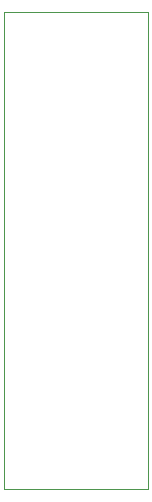
<source format=gm1>
G04 #@! TF.GenerationSoftware,KiCad,Pcbnew,5.1.2-1.fc30*
G04 #@! TF.CreationDate,2019-07-15T00:46:44+02:00*
G04 #@! TF.ProjectId,BadUSB,42616455-5342-42e6-9b69-6361645f7063,rev?*
G04 #@! TF.SameCoordinates,Original*
G04 #@! TF.FileFunction,Profile,NP*
%FSLAX46Y46*%
G04 Gerber Fmt 4.6, Leading zero omitted, Abs format (unit mm)*
G04 Created by KiCad (PCBNEW 5.1.2-1.fc30) date 2019-07-15 00:46:44*
%MOMM*%
%LPD*%
G04 APERTURE LIST*
%ADD10C,0.100000*%
G04 APERTURE END LIST*
D10*
X88420000Y-70730000D02*
X88420000Y-70720000D01*
X76210000Y-70730000D02*
X88420000Y-70730000D01*
X76210000Y-30320000D02*
X76210000Y-70730000D01*
X88420000Y-30320000D02*
X76210000Y-30320000D01*
X88420000Y-70720000D02*
X88420000Y-30320000D01*
M02*

</source>
